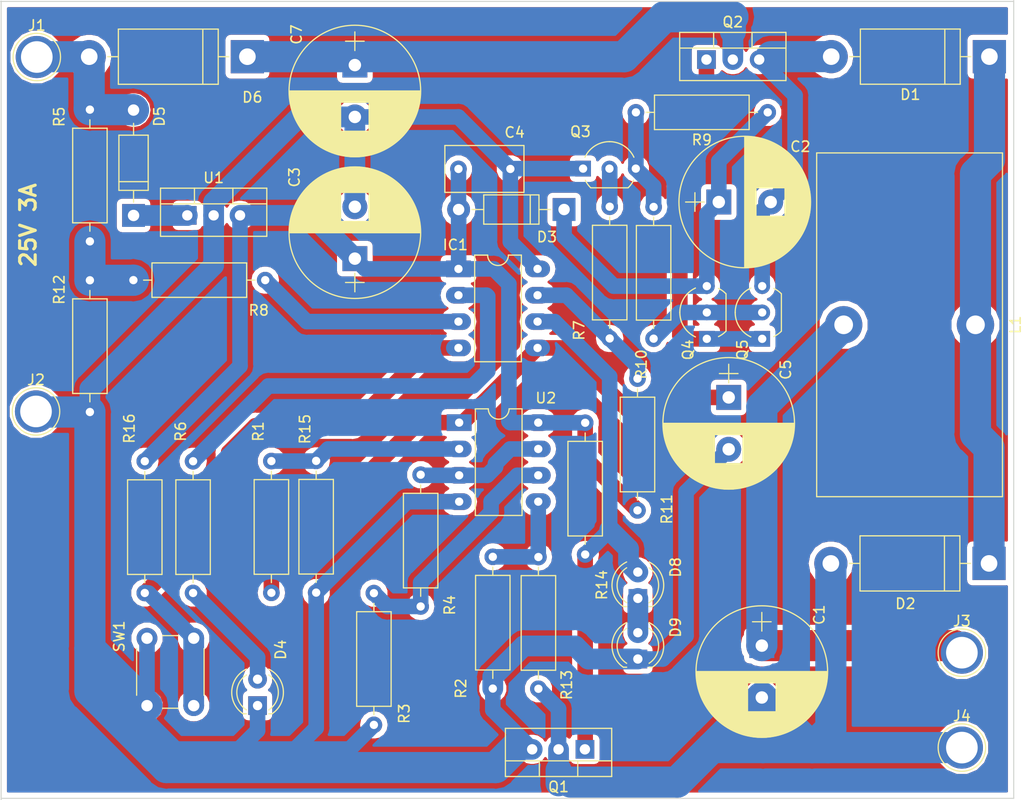
<source format=kicad_pcb>
(kicad_pcb (version 20171130) (host pcbnew "(5.0.2)-1")
  (layers (0 F.Cu signal) (31 B.Cu signal) (34 B.Paste user) (35 F.Paste user) (36 B.SilkS user) (37 F.SilkS user) (38 B.Mask user) (39 F.Mask user) (44 Edge.Cuts user))
  (net 0 "")
  (net 1 "Net-(C2-Pad1)")
  (net 2 "Net-(C2-Pad2)")
  (net 3 /BootStrap)
  (net 4 "Net-(C7-Pad1)")
  (net 5 "Net-(D1-Pad1)")
  (net 6 "Net-(D4-Pad2)")
  (net 7 "Net-(D5-Pad1)")
  (net 8 "Net-(D8-Pad1)")
  (net 9 /3.6v)
  (net 10 /PV-Current)
  (net 11 "Net-(IC1-Pad2)")
  (net 12 "Net-(IC1-Pad3)")
  (net 13 "Net-(IC1-Pad7)")
  (net 14 "Net-(IC1-Pad4)")
  (net 15 "Net-(Q2-Pad1)")
  (net 16 "Net-(Q3-Pad3)")
  (net 17 "Net-(Q3-Pad2)")
  (net 18 "Net-(Q4-Pad2)")
  (net 19 "Net-(R1-Pad2)")
  (net 20 "Net-(R13-Pad2)")
  (net 21 "Net-(R3-Pad1)")
  (net 22 "Net-(R4-Pad1)")
  (net 23 /PV-Voltage)
  (net 24 PRI_LO)
  (net 25 PRI_HI)
  (net 26 GNDPWR)
  (net 27 +24V)
  (module Capacitors_THT:CP_Radial_D12.5mm_P5.00mm (layer F.Cu) (at 105.51668 98.3742 270)
    (fp_text reference C1 (at -2.9718 -5.53212 270) (layer F.SilkS))
    (fp_text value 100u)
    (pad 2 thru_hole circle (at 5 0 270) (size 2.4 2.4) (drill 1.2) (layers *.Cu *.Mask) (net 24 PRI_LO))
    (pad 1 thru_hole rect (at 0 0 270) (size 2.4 2.4) (drill 1.2) (layers *.Cu *.Mask) (net 25 PRI_HI))
  )
  (module Capacitors_THT:CP_Radial_D12.5mm_P5.00mm (layer F.Cu) (at 101.3714 55.61076)
    (fp_text reference C2 (at 7.85876 -5.33908) (layer F.SilkS))
    (fp_text value "10u 50v")
    (pad 1 thru_hole rect (at 0 0) (size 2.4 2.4) (drill 1.2) (layers *.Cu *.Mask) (net 1 "Net-(C2-Pad1)"))
    (pad 2 thru_hole circle (at 5 0) (size 2.4 2.4) (drill 1.2) (layers *.Cu *.Mask) (net 2 "Net-(C2-Pad2)"))
  )
  (module Capacitors_THT:CP_Radial_D12.5mm_P5.00mm (layer F.Cu) (at 66.30924 61.06668 90)
    (fp_text reference C3 (at 7.84352 -5.82168 90) (layer F.SilkS))
    (fp_text value 100u)
    (pad 2 thru_hole circle (at 5 0 90) (size 2.4 2.4) (drill 1.2) (layers *.Cu *.Mask) (net 26 GNDPWR))
    (pad 1 thru_hole rect (at 0 0 90) (size 2.4 2.4) (drill 1.2) (layers *.Cu *.Mask) (net 3 /BootStrap))
  )
  (module Capacitors_THT:C_Disc_D7.5mm_W4.4mm_P5.00mm (layer F.Cu) (at 76.29144 52.42052)
    (fp_text reference C4 (at 5.4102 -3.51536) (layer F.SilkS))
    (fp_text value 0.1u)
    (pad 2 thru_hole circle (at 5 0) (size 1.6 1.6) (drill 0.8) (layers *.Cu *.Mask) (net 26 GNDPWR))
    (pad 1 thru_hole circle (at 0 0) (size 1.6 1.6) (drill 0.8) (layers *.Cu *.Mask) (net 3 /BootStrap))
  )
  (module Capacitors_THT:CP_Radial_D12.5mm_P5.00mm (layer F.Cu) (at 66.30924 42.40784 270)
    (fp_text reference C7 (at -2.9464 5.61848 270) (layer F.SilkS))
    (fp_text value 47u)
    (pad 1 thru_hole rect (at 0 0 270) (size 2.4 2.4) (drill 1.2) (layers *.Cu *.Mask) (net 4 "Net-(C7-Pad1)"))
    (pad 2 thru_hole circle (at 5 0 270) (size 2.4 2.4) (drill 1.2) (layers *.Cu *.Mask) (net 26 GNDPWR))
  )
  (module Diodes_THT:D_DO-201AD_P15.24mm_Horizontal (layer F.Cu) (at 127.44196 41.59504 180)
    (fp_text reference D1 (at 7.62 -3.66 180) (layer F.SilkS))
    (fp_text value 1N5822A)
    (pad 1 thru_hole rect (at 0 0 180) (size 3.2 3.2) (drill 1.6) (layers *.Cu *.Mask) (net 5 "Net-(D1-Pad1)"))
    (pad 2 thru_hole oval (at 15.24 0 180) (size 3.2 3.2) (drill 1.6) (layers *.Cu *.Mask) (net 2 "Net-(C2-Pad2)"))
  )
  (module Diodes_THT:D_DO-201AD_P15.24mm_Horizontal (layer F.Cu) (at 127.4064 90.4494 180)
    (fp_text reference D2 (at 8.05688 -3.8862 180) (layer F.SilkS))
    (fp_text value 1N5822A)
    (pad 2 thru_hole oval (at 15.24 0 180) (size 3.2 3.2) (drill 1.6) (layers *.Cu *.Mask) (net 24 PRI_LO))
    (pad 1 thru_hole rect (at 0 0 180) (size 3.2 3.2) (drill 1.6) (layers *.Cu *.Mask) (net 5 "Net-(D1-Pad1)"))
  )
  (module Diodes_THT:D_DO-41_SOD81_P10.16mm_Horizontal (layer F.Cu) (at 86.46668 56.33212 180)
    (fp_text reference D3 (at 1.65608 -2.65176 180) (layer F.SilkS))
    (fp_text value 1N4148)
    (pad 2 thru_hole oval (at 10.16 0 180) (size 2.2 2.2) (drill 1.1) (layers *.Cu *.Mask) (net 3 /BootStrap))
    (pad 1 thru_hole rect (at 0 0 180) (size 2.2 2.2) (drill 1.1) (layers *.Cu *.Mask) (net 1 "Net-(C2-Pad1)"))
  )
  (module LEDs:LED_D4.0mm (layer F.Cu) (at 56.93664 104.15524 90)
    (fp_text reference D4 (at 5.38988 2.23012 90) (layer F.SilkS))
    (fp_text value LED)
    (pad 2 thru_hole circle (at 2.54 0 90) (size 1.8 1.8) (drill 0.9) (layers *.Cu *.Mask) (net 6 "Net-(D4-Pad2)"))
    (pad 1 thru_hole rect (at 0 0 90) (size 1.8 1.8) (drill 0.9) (layers *.Cu *.Mask) (net 26 GNDPWR))
  )
  (module Diodes_THT:D_DO-41_SOD81_P10.16mm_Horizontal (layer F.Cu) (at 44.98848 56.90616 90)
    (fp_text reference D5 (at 9.54532 2.48412 90) (layer F.SilkS))
    (fp_text value 1N4007)
    (pad 1 thru_hole rect (at 0 0 90) (size 2.2 2.2) (drill 1.1) (layers *.Cu *.Mask) (net 7 "Net-(D5-Pad1)"))
    (pad 2 thru_hole oval (at 10.16 0 90) (size 2.2 2.2) (drill 1.1) (layers *.Cu *.Mask) (net 27 +24V))
  )
  (module Diodes_THT:D_DO-201AD_P15.24mm_Horizontal (layer F.Cu) (at 55.9562 41.60012 180)
    (fp_text reference D6 (at -0.47752 -3.9116 180) (layer F.SilkS))
    (fp_text value 1N5822A)
    (pad 2 thru_hole oval (at 15.24 0 180) (size 3.2 3.2) (drill 1.6) (layers *.Cu *.Mask) (net 27 +24V))
    (pad 1 thru_hole rect (at 0 0 180) (size 3.2 3.2) (drill 1.6) (layers *.Cu *.Mask) (net 4 "Net-(C7-Pad1)"))
  )
  (module LEDs:LED_D4.0mm (layer F.Cu) (at 93.5736 93.82252 90)
    (fp_text reference D8 (at 2.9972 3.63728 90) (layer F.SilkS))
    (fp_text value LED)
    (pad 1 thru_hole rect (at 0 0 90) (size 1.8 1.8) (drill 0.9) (layers *.Cu *.Mask) (net 8 "Net-(D8-Pad1)"))
    (pad 2 thru_hole circle (at 2.54 0 90) (size 1.8 1.8) (drill 0.9) (layers *.Cu *.Mask) (net 9 /3.6v))
  )
  (module LEDs:LED_D4.0mm (layer F.Cu) (at 93.5736 99.66452 90)
    (fp_text reference D9 (at 3.048 3.63728 90) (layer F.SilkS))
    (fp_text value LED)
    (pad 2 thru_hole circle (at 2.54 0 90) (size 1.8 1.8) (drill 0.9) (layers *.Cu *.Mask) (net 8 "Net-(D8-Pad1)"))
    (pad 1 thru_hole rect (at 0 0 90) (size 1.8 1.8) (drill 0.9) (layers *.Cu *.Mask) (net 26 GNDPWR))
  )
  (module Housings_DIP:DIP-8_W7.62mm_LongPads (layer F.Cu) (at 76.29144 62.05728)
    (fp_text reference IC1 (at -0.3048 -2.31648) (layer F.SilkS))
    (fp_text value PIC12F629-I/P)
    (pad 1 thru_hole rect (at 0 0) (size 2.4 1.6) (drill 0.8) (layers *.Cu *.Mask) (net 3 /BootStrap))
    (pad 5 thru_hole oval (at 7.62 7.62) (size 2.4 1.6) (drill 0.8) (layers *.Cu *.Mask) (net 10 /PV-Current))
    (pad 2 thru_hole oval (at 0 2.54) (size 2.4 1.6) (drill 0.8) (layers *.Cu *.Mask) (net 11 "Net-(IC1-Pad2)"))
    (pad 6 thru_hole oval (at 7.62 5.08) (size 2.4 1.6) (drill 0.8) (layers *.Cu *.Mask) (net 9 /3.6v))
    (pad 3 thru_hole oval (at 0 5.08) (size 2.4 1.6) (drill 0.8) (layers *.Cu *.Mask) (net 12 "Net-(IC1-Pad3)"))
    (pad 7 thru_hole oval (at 7.62 2.54) (size 2.4 1.6) (drill 0.8) (layers *.Cu *.Mask) (net 13 "Net-(IC1-Pad7)"))
    (pad 4 thru_hole oval (at 0 7.62) (size 2.4 1.6) (drill 0.8) (layers *.Cu *.Mask) (net 14 "Net-(IC1-Pad4)"))
    (pad 8 thru_hole oval (at 7.62 0) (size 2.4 1.6) (drill 0.8) (layers *.Cu *.Mask) (net 26 GNDPWR))
  )
  (module Inductors_THT:L_Toroid_Vertical_L33.0mm_W17.8mm_P12.70mm_Pulse_KM-5 (layer F.Cu) (at 126.10084 67.44716 270)
    (fp_text reference L1 (at 0 -3.85 270) (layer F.SilkS))
    (fp_text value 330uH)
    (pad 2 thru_hole circle (at 0 12.7 270) (size 3.6 3.6) (drill 1.8) (layers *.Cu *.Mask) (net 25 PRI_HI))
    (pad 1 thru_hole circle (at 0 0 270) (size 3.6 3.6) (drill 1.8) (layers *.Cu *.Mask) (net 5 "Net-(D1-Pad1)"))
  )
  (module TO_SOT_Packages_THT:TO-220-3_Vertical (layer F.Cu) (at 88.47328 108.37164 180)
    (fp_text reference Q1 (at 2.54 -3.62 180) (layer F.SilkS))
    (fp_text value BUK9511-55A127)
    (pad 3 thru_hole oval (at 5.08 0 180) (size 1.8 1.8) (drill 1) (layers *.Cu *.Mask) (net 26 GNDPWR))
    (pad 2 thru_hole oval (at 2.54 0 180) (size 1.8 1.8) (drill 1) (layers *.Cu *.Mask) (net 24 PRI_LO))
    (pad 1 thru_hole rect (at 0 0 180) (size 1.8 1.8) (drill 1) (layers *.Cu *.Mask) (net 9 /3.6v))
  )
  (module TO_SOT_Packages_THT:TO-220-3_Vertical (layer F.Cu) (at 100.18268 41.87952)
    (fp_text reference Q2 (at 2.54 -3.62) (layer F.SilkS))
    (fp_text value BUK9511-55A127)
    (pad 1 thru_hole rect (at 0 0) (size 1.8 1.8) (drill 1) (layers *.Cu *.Mask) (net 15 "Net-(Q2-Pad1)"))
    (pad 2 thru_hole oval (at 2.54 0) (size 1.8 1.8) (drill 1) (layers *.Cu *.Mask) (net 4 "Net-(C7-Pad1)"))
    (pad 3 thru_hole oval (at 5.08 0) (size 1.8 1.8) (drill 1) (layers *.Cu *.Mask) (net 2 "Net-(C2-Pad2)"))
  )
  (module TO_SOT_Packages_THT:TO-92_Inline_Wide (layer F.Cu) (at 88.29548 52.39004)
    (fp_text reference Q3 (at -0.254 -3.56 180) (layer F.SilkS))
    (fp_text value 2N2222A)
    (pad 1 thru_hole rect (at 0 0 90) (size 1.52 1.52) (drill 0.8) (layers *.Cu *.Mask) (net 26 GNDPWR))
    (pad 3 thru_hole circle (at 5.08 0 90) (size 1.52 1.52) (drill 0.8) (layers *.Cu *.Mask) (net 16 "Net-(Q3-Pad3)"))
    (pad 2 thru_hole circle (at 2.54 0 90) (size 1.52 1.52) (drill 0.8) (layers *.Cu *.Mask) (net 17 "Net-(Q3-Pad2)"))
  )
  (module TO_SOT_Packages_THT:TO-92_Inline_Wide (layer F.Cu) (at 100.21824 68.79844 90)
    (fp_text reference Q4 (at -1.05664 -1.80848 270) (layer F.SilkS))
    (fp_text value 2N2222A)
    (pad 1 thru_hole rect (at 0 0 180) (size 1.52 1.52) (drill 0.8) (layers *.Cu *.Mask) (net 15 "Net-(Q2-Pad1)"))
    (pad 3 thru_hole circle (at 5.08 0 180) (size 1.52 1.52) (drill 0.8) (layers *.Cu *.Mask) (net 1 "Net-(C2-Pad1)"))
    (pad 2 thru_hole circle (at 2.54 0 180) (size 1.52 1.52) (drill 0.8) (layers *.Cu *.Mask) (net 18 "Net-(Q4-Pad2)"))
  )
  (module TO_SOT_Packages_THT:TO-92_Inline_Wide (layer F.Cu) (at 105.55224 68.79844 90)
    (fp_text reference Q5 (at -1.05664 -1.905 270) (layer F.SilkS))
    (fp_text value 2N2907A)
    (pad 2 thru_hole circle (at 2.54 0 180) (size 1.52 1.52) (drill 0.8) (layers *.Cu *.Mask) (net 18 "Net-(Q4-Pad2)"))
    (pad 3 thru_hole circle (at 5.08 0 180) (size 1.52 1.52) (drill 0.8) (layers *.Cu *.Mask) (net 2 "Net-(C2-Pad2)"))
    (pad 1 thru_hole rect (at 0 0 180) (size 1.52 1.52) (drill 0.8) (layers *.Cu *.Mask) (net 15 "Net-(Q2-Pad1)"))
  )
  (module Resistors_THT:R_Axial_DIN0309_L9.0mm_D3.2mm_P12.70mm_Horizontal (layer F.Cu) (at 62.58052 93.26372 90)
    (fp_text reference R1 (at 15.53464 -5.57276 90) (layer F.SilkS))
    (fp_text value 4.7k)
    (pad 2 thru_hole oval (at 12.7 0 90) (size 1.6 1.6) (drill 0.8) (layers *.Cu *.Mask) (net 19 "Net-(R1-Pad2)"))
    (pad 1 thru_hole circle (at 0 0 90) (size 1.6 1.6) (drill 0.8) (layers *.Cu *.Mask) (net 26 GNDPWR))
  )
  (module Resistors_THT:R_Axial_DIN0309_L9.0mm_D3.2mm_P12.70mm_Horizontal (layer F.Cu) (at 79.59852 102.5144 90)
    (fp_text reference R2 (at 0.01016 -3.06832 90) (layer F.SilkS))
    (fp_text value 100k)
    (pad 1 thru_hole circle (at 0 0 90) (size 1.6 1.6) (drill 0.8) (layers *.Cu *.Mask) (net 26 GNDPWR))
    (pad 2 thru_hole oval (at 12.7 0 90) (size 1.6 1.6) (drill 0.8) (layers *.Cu *.Mask) (net 20 "Net-(R13-Pad2)"))
  )
  (module Resistors_THT:R_Axial_DIN0309_L9.0mm_D3.2mm_P12.70mm_Horizontal (layer F.Cu) (at 68.14312 93.31452 270)
    (fp_text reference R3 (at 11.61796 -2.92608 270) (layer F.SilkS))
    (fp_text value 10k)
    (pad 1 thru_hole circle (at 0 0 270) (size 1.6 1.6) (drill 0.8) (layers *.Cu *.Mask) (net 21 "Net-(R3-Pad1)"))
    (pad 2 thru_hole oval (at 12.7 0 270) (size 1.6 1.6) (drill 0.8) (layers *.Cu *.Mask) (net 26 GNDPWR))
  )
  (module Resistors_THT:R_Axial_DIN0309_L9.0mm_D3.2mm_P12.70mm_Horizontal (layer F.Cu) (at 72.64908 81.89976 270)
    (fp_text reference R4 (at 12.573 -2.80416 270) (layer F.SilkS))
    (fp_text value 100k)
    (pad 2 thru_hole oval (at 12.7 0 270) (size 1.6 1.6) (drill 0.8) (layers *.Cu *.Mask) (net 21 "Net-(R3-Pad1)"))
    (pad 1 thru_hole circle (at 0 0 270) (size 1.6 1.6) (drill 0.8) (layers *.Cu *.Mask) (net 22 "Net-(R4-Pad1)"))
  )
  (module Resistors_THT:R_Axial_DIN0309_L9.0mm_D3.2mm_P12.70mm_Horizontal (layer F.Cu) (at 40.78224 46.70552 270)
    (fp_text reference R5 (at 0.69088 2.95148 270) (layer F.SilkS))
    (fp_text value 300k)
    (pad 2 thru_hole oval (at 12.7 0 270) (size 1.6 1.6) (drill 0.8) (layers *.Cu *.Mask) (net 23 /PV-Voltage))
    (pad 1 thru_hole circle (at 0 0 270) (size 1.6 1.6) (drill 0.8) (layers *.Cu *.Mask) (net 27 +24V))
  )
  (module Resistors_THT:R_Axial_DIN0309_L9.0mm_D3.2mm_P12.70mm_Horizontal (layer F.Cu) (at 50.7238 93.29928 90)
    (fp_text reference R6 (at 15.5702 -1.1938 90) (layer F.SilkS))
    (fp_text value 1k)
    (pad 1 thru_hole circle (at 0 0 90) (size 1.6 1.6) (drill 0.8) (layers *.Cu *.Mask) (net 6 "Net-(D4-Pad2)"))
    (pad 2 thru_hole oval (at 12.7 0 90) (size 1.6 1.6) (drill 0.8) (layers *.Cu *.Mask) (net 11 "Net-(IC1-Pad2)"))
  )
  (module Resistors_THT:R_Axial_DIN0309_L9.0mm_D3.2mm_P12.70mm_Horizontal (layer F.Cu) (at 90.86088 56.06288 270)
    (fp_text reference R7 (at 11.92276 2.94132 270) (layer F.SilkS))
    (fp_text value 1k)
    (pad 1 thru_hole circle (at 0 0 270) (size 1.6 1.6) (drill 0.8) (layers *.Cu *.Mask) (net 17 "Net-(Q3-Pad2)"))
    (pad 2 thru_hole oval (at 12.7 0 270) (size 1.6 1.6) (drill 0.8) (layers *.Cu *.Mask) (net 13 "Net-(IC1-Pad7)"))
  )
  (module Resistors_THT:R_Axial_DIN0309_L9.0mm_D3.2mm_P12.70mm_Horizontal (layer F.Cu) (at 106.08564 46.9646 180)
    (fp_text reference R9 (at 6.35 -2.66 180) (layer F.SilkS))
    (fp_text value 10k)
    (pad 2 thru_hole oval (at 12.7 0 180) (size 1.6 1.6) (drill 0.8) (layers *.Cu *.Mask) (net 16 "Net-(Q3-Pad3)"))
    (pad 1 thru_hole circle (at 0 0 180) (size 1.6 1.6) (drill 0.8) (layers *.Cu *.Mask) (net 1 "Net-(C2-Pad1)"))
  )
  (module Resistors_THT:R_Axial_DIN0309_L9.0mm_D3.2mm_P12.70mm_Horizontal (layer F.Cu) (at 95.09252 68.7832 90)
    (fp_text reference R10 (at -2.47904 -1.17856 90) (layer F.SilkS))
    (fp_text value 1k)
    (pad 1 thru_hole circle (at 0 0 90) (size 1.6 1.6) (drill 0.8) (layers *.Cu *.Mask) (net 18 "Net-(Q4-Pad2)"))
    (pad 2 thru_hole oval (at 12.7 0 90) (size 1.6 1.6) (drill 0.8) (layers *.Cu *.Mask) (net 16 "Net-(Q3-Pad3)"))
  )
  (module Resistors_THT:R_Axial_DIN0309_L9.0mm_D3.2mm_P12.70mm_Horizontal (layer F.Cu) (at 40.78224 63.15456 270)
    (fp_text reference R12 (at 0.89916 2.95148 270) (layer F.SilkS))
    (fp_text value 47k)
    (pad 2 thru_hole oval (at 12.7 0 270) (size 1.6 1.6) (drill 0.8) (layers *.Cu *.Mask) (net 26 GNDPWR))
    (pad 1 thru_hole circle (at 0 0 270) (size 1.6 1.6) (drill 0.8) (layers *.Cu *.Mask) (net 23 /PV-Voltage))
  )
  (module Resistors_THT:R_Axial_DIN0309_L9.0mm_D3.2mm_P12.70mm_Horizontal (layer F.Cu) (at 83.99272 102.53472 90)
    (fp_text reference R13 (at 0.36576 2.72796 90) (layer F.SilkS))
    (fp_text value 10k)
    (pad 2 thru_hole oval (at 12.7 0 90) (size 1.6 1.6) (drill 0.8) (layers *.Cu *.Mask) (net 20 "Net-(R13-Pad2)"))
    (pad 1 thru_hole circle (at 0 0 90) (size 1.6 1.6) (drill 0.8) (layers *.Cu *.Mask) (net 24 PRI_LO))
  )
  (module Resistors_THT:R_Axial_DIN0309_L9.0mm_D3.2mm_P12.70mm_Horizontal (layer F.Cu) (at 88.49868 76.89088 270)
    (fp_text reference R14 (at 15.64132 -1.60528 270) (layer F.SilkS))
    (fp_text value 4.7k)
    (pad 1 thru_hole circle (at 0 0 270) (size 1.6 1.6) (drill 0.8) (layers *.Cu *.Mask) (net 3 /BootStrap))
    (pad 2 thru_hole oval (at 12.7 0 270) (size 1.6 1.6) (drill 0.8) (layers *.Cu *.Mask) (net 9 /3.6v))
  )
  (module Resistors_THT:R_Axial_DIN0309_L9.0mm_D3.2mm_P12.70mm_Horizontal (layer F.Cu) (at 58.2676 80.58404 270)
    (fp_text reference R15 (at -3.08356 -3.24104 270) (layer F.SilkS))
    (fp_text value 10k)
    (pad 1 thru_hole circle (at 0 0 270) (size 1.6 1.6) (drill 0.8) (layers *.Cu *.Mask) (net 19 "Net-(R1-Pad2)"))
    (pad 2 thru_hole oval (at 12.7 0 270) (size 1.6 1.6) (drill 0.8) (layers *.Cu *.Mask) (net 10 /PV-Current))
  )
  (module Resistors_THT:R_Axial_DIN0309_L9.0mm_D3.2mm_P12.70mm_Horizontal (layer F.Cu) (at 46.07052 93.29928 90)
    (fp_text reference R16 (at 15.85468 -1.48844 90) (layer F.SilkS))
    (fp_text value 10k)
    (pad 2 thru_hole oval (at 12.7 0 90) (size 1.6 1.6) (drill 0.8) (layers *.Cu *.Mask) (net 3 /BootStrap))
    (pad 1 thru_hole circle (at 0 0 90) (size 1.6 1.6) (drill 0.8) (layers *.Cu *.Mask) (net 14 "Net-(IC1-Pad4)"))
  )
  (module Buttons_Switches_THT:SW_PUSH_6mm (layer F.Cu) (at 46.28388 104.16032 90)
    (fp_text reference SW1 (at 6.67512 -2.67716 90) (layer F.SilkS))
    (fp_text value "Write OP-AMP DIFF")
    (pad 1 thru_hole circle (at 6.5 0 180) (size 2 2) (drill 1.1) (layers *.Cu *.Mask) (net 26 GNDPWR))
    (pad 2 thru_hole circle (at 6.5 4.5 180) (size 2 2) (drill 1.1) (layers *.Cu *.Mask) (net 14 "Net-(IC1-Pad4)"))
    (pad 1 thru_hole circle (at 0 0 180) (size 2 2) (drill 1.1) (layers *.Cu *.Mask) (net 26 GNDPWR))
    (pad 2 thru_hole circle (at 0 4.5 180) (size 2 2) (drill 1.1) (layers *.Cu *.Mask) (net 14 "Net-(IC1-Pad4)"))
  )
  (module Housings_DIP:DIP-8_W7.62mm_LongPads (layer F.Cu) (at 76.35748 76.87564)
    (fp_text reference U2 (at 8.35152 -2.36728) (layer F.SilkS))
    (fp_text value LM358N)
    (pad 8 thru_hole oval (at 7.62 0) (size 2.4 1.6) (drill 0.8) (layers *.Cu *.Mask) (net 3 /BootStrap))
    (pad 4 thru_hole oval (at 0 7.62) (size 2.4 1.6) (drill 0.8) (layers *.Cu *.Mask) (net 26 GNDPWR))
    (pad 7 thru_hole oval (at 7.62 2.54) (size 2.4 1.6) (drill 0.8) (layers *.Cu *.Mask) (net 22 "Net-(R4-Pad1)"))
    (pad 3 thru_hole oval (at 0 5.08) (size 2.4 1.6) (drill 0.8) (layers *.Cu *.Mask) (net 22 "Net-(R4-Pad1)"))
    (pad 6 thru_hole oval (at 7.62 5.08) (size 2.4 1.6) (drill 0.8) (layers *.Cu *.Mask) (net 21 "Net-(R3-Pad1)"))
    (pad 2 thru_hole oval (at 0 2.54) (size 2.4 1.6) (drill 0.8) (layers *.Cu *.Mask) (net 19 "Net-(R1-Pad2)"))
    (pad 5 thru_hole oval (at 7.62 7.62) (size 2.4 1.6) (drill 0.8) (layers *.Cu *.Mask) (net 20 "Net-(R13-Pad2)"))
    (pad 1 thru_hole rect (at 0 0) (size 2.4 1.6) (drill 0.8) (layers *.Cu *.Mask) (net 10 /PV-Current))
  )
  (module Capacitors_THT:CP_Radial_D12.5mm_P5.00mm (layer F.Cu) (at 102.32644 74.4474 270)
    (fp_text reference C5 (at -2.67208 -5.49656 270) (layer F.SilkS))
    (fp_text value 10u)
    (pad 2 thru_hole circle (at 5 0 270) (size 2.4 2.4) (drill 1.2) (layers *.Cu *.Mask) (net 26 GNDPWR))
    (pad 1 thru_hole rect (at 0 0 270) (size 2.4 2.4) (drill 1.2) (layers *.Cu *.Mask) (net 10 /PV-Current))
  )
  (module Resistors_THT:R_Axial_DIN0309_L9.0mm_D3.2mm_P12.70mm_Horizontal (layer F.Cu) (at 44.97324 63.13932)
    (fp_text reference R8 (at 12.07516 2.91592) (layer F.SilkS))
    (fp_text value 100k)
    (pad 2 thru_hole oval (at 12.7 0) (size 1.6 1.6) (drill 0.8) (layers *.Cu *.Mask) (net 12 "Net-(IC1-Pad3)"))
    (pad 1 thru_hole circle (at 0 0) (size 1.6 1.6) (drill 0.8) (layers *.Cu *.Mask) (net 23 /PV-Voltage))
  )
  (module TO_SOT_Packages_THT:TO-220-3_Vertical (layer F.Cu) (at 50.165 56.896)
    (fp_text reference U1 (at 2.54 -3.62) (layer F.SilkS))
    (fp_text value LM7805_TO220)
    (pad 3 thru_hole oval (at 5.08 0) (size 1.8 1.8) (drill 1) (layers *.Cu *.Mask) (net 3 /BootStrap))
    (pad 2 thru_hole oval (at 2.54 0) (size 1.8 1.8) (drill 1) (layers *.Cu *.Mask) (net 26 GNDPWR))
    (pad 1 thru_hole rect (at 0 0) (size 1.8 1.8) (drill 1) (layers *.Cu *.Mask) (net 7 "Net-(D5-Pad1)"))
  )
  (module Connectors:1pin (layer F.Cu) (at 35.66668 41.6306)
    (fp_text reference J1 (at 0 -3.048) (layer F.SilkS))
    (fp_text value S+)
    (pad 1 thru_hole circle (at 0 0) (size 4.064 4.064) (drill 3.048) (layers *.Cu *.Mask) (net 27 +24V))
  )
  (module Connectors:1pin (layer F.Cu) (at 35.59048 75.79868)
    (fp_text reference J2 (at 0 -3.048) (layer F.SilkS))
    (fp_text value S-)
    (pad 1 thru_hole circle (at 0 0) (size 4.064 4.064) (drill 3.048) (layers *.Cu *.Mask) (net 26 GNDPWR))
  )
  (module Connectors:1pin (layer F.Cu) (at 124.7902 99.05492)
    (fp_text reference J3 (at 0 -3.048) (layer F.SilkS))
    (fp_text value O+)
    (pad 1 thru_hole circle (at 0 0) (size 4.064 4.064) (drill 3.048) (layers *.Cu *.Mask) (net 25 PRI_HI))
  )
  (module Connectors:1pin (layer F.Cu) (at 124.7902 108.204)
    (fp_text reference J4 (at 0 -3.048) (layer F.SilkS))
    (fp_text value O-)
    (pad 1 thru_hole circle (at 0 0) (size 4.064 4.064) (drill 3.048) (layers *.Cu *.Mask) (net 24 PRI_LO))
  )
  (module Resistors_THT:R_Axial_DIN0309_L9.0mm_D3.2mm_P12.70mm_Horizontal (layer F.Cu) (at 93.53804 85.33384 90)
    (fp_text reference R11 (at 0.10668 2.82448 90) (layer F.SilkS))
    (fp_text value 10k)
    (pad 2 thru_hole oval (at 12.7 0 90) (size 1.6 1.6) (drill 0.8) (layers *.Cu *.Mask) (net 13 "Net-(IC1-Pad7)"))
    (pad 1 thru_hole circle (at 0 0 90) (size 1.6 1.6) (drill 0.8) (layers *.Cu *.Mask) (net 3 /BootStrap))
  )
  (gr_text "25V 3A" (at 34.83356 57.84088 90) (layer F.SilkS) (effects (font (size 1.5 1.5) (thickness 0.3))))
  (gr_line (start 32.2326 36.23564) (end 32.2326 113.24336) (layer Edge.Cuts) (width 0.1))
  (gr_line (start 129.77368 36.2712) (end 32.17164 36.2712) (layer Edge.Cuts) (width 0.1))
  (gr_line (start 129.78384 113.09604) (end 129.78384 36.18484) (layer Edge.Cuts) (width 0.1))
  (gr_line (start 32.29356 113.09604) (end 129.78384 113.09604) (layer Edge.Cuts) (width 0.1))
  (segment (start 100.21824 56.76392) (end 101.3714 55.61076) (width 1.5) (layer B.Cu) (net 1))
  (segment (start 100.21824 63.71844) (end 100.21824 56.76392) (width 1.5) (layer B.Cu) (net 1))
  (segment (start 99.143438 63.71844) (end 100.21824 63.71844) (width 1.5) (layer B.Cu) (net 1))
  (segment (start 91.253 63.71844) (end 99.143438 63.71844) (width 1.5) (layer B.Cu) (net 1))
  (segment (start 86.46668 58.93212) (end 91.253 63.71844) (width 1.5) (layer B.Cu) (net 1))
  (segment (start 86.46668 56.33212) (end 86.46668 58.93212) (width 1.5) (layer B.Cu) (net 1))
  (segment (start 101.3714 51.67884) (end 106.08564 46.9646) (width 1.5) (layer B.Cu) (net 1))
  (segment (start 101.3714 55.61076) (end 101.3714 51.67884) (width 1.5) (layer B.Cu) (net 1))
  (segment (start 105.55224 56.42992) (end 106.3714 55.61076) (width 1.5) (layer B.Cu) (net 2))
  (segment (start 105.55224 63.71844) (end 105.55224 56.42992) (width 1.5) (layer B.Cu) (net 2))
  (segment (start 105.26268 41.87952) (end 108.72216 45.339) (width 1.5) (layer B.Cu) (net 2))
  (segment (start 108.72216 53.26) (end 106.3714 55.61076) (width 1.5) (layer B.Cu) (net 2))
  (segment (start 108.72216 45.339) (end 108.72216 53.26) (width 1.5) (layer B.Cu) (net 2))
  (segment (start 112.20196 41.59504) (end 106.41584 41.59504) (width 3) (layer B.Cu) (net 2))
  (segment (start 62.13856 56.896) (end 66.30924 61.06668) (width 2) (layer B.Cu) (net 3))
  (segment (start 55.245 56.896) (end 62.13856 56.896) (width 2) (layer B.Cu) (net 3))
  (segment (start 55.245 71.4248) (end 46.07052 80.59928) (width 1.5) (layer B.Cu) (net 3))
  (segment (start 55.245 56.896) (end 55.245 71.4248) (width 1.5) (layer B.Cu) (net 3))
  (segment (start 76.32192 56.31688) (end 76.30668 56.33212) (width 1.5) (layer B.Cu) (net 3))
  (segment (start 76.29144 56.31688) (end 76.30668 56.33212) (width 1.5) (layer B.Cu) (net 3))
  (segment (start 76.29144 52.42052) (end 76.29144 56.31688) (width 1.5) (layer B.Cu) (net 3))
  (segment (start 76.30668 62.04204) (end 76.29144 62.05728) (width 1.5) (layer B.Cu) (net 3))
  (segment (start 76.30668 56.33212) (end 76.30668 62.04204) (width 1.5) (layer B.Cu) (net 3))
  (segment (start 67.29984 62.05728) (end 66.30924 61.06668) (width 1.5) (layer B.Cu) (net 3))
  (segment (start 76.29144 62.05728) (end 67.29984 62.05728) (width 1.5) (layer B.Cu) (net 3))
  (segment (start 81.27748 76.87564) (end 81.14792 76.74608) (width 1.5) (layer B.Cu) (net 3))
  (segment (start 83.97748 76.87564) (end 81.27748 76.87564) (width 1.5) (layer B.Cu) (net 3))
  (segment (start 81.14792 76.74608) (end 81.14792 63.51524) (width 1.5) (layer B.Cu) (net 3))
  (segment (start 79.68996 62.05728) (end 76.29144 62.05728) (width 1.5) (layer B.Cu) (net 3))
  (segment (start 81.14792 63.51524) (end 79.68996 62.05728) (width 1.5) (layer B.Cu) (net 3))
  (segment (start 83.99272 76.89088) (end 83.97748 76.87564) (width 1.5) (layer B.Cu) (net 3))
  (segment (start 88.49868 76.89088) (end 83.99272 76.89088) (width 1.5) (layer B.Cu) (net 3))
  (segment (start 88.49868 80.29448) (end 93.53804 85.33384) (width 1.5) (layer F.Cu) (net 3))
  (segment (start 88.49868 76.89088) (end 88.49868 80.29448) (width 1.5) (layer F.Cu) (net 3))
  (segment (start 102.72268 40.606728) (end 102.73284 40.596568) (width 2) (layer B.Cu) (net 4))
  (segment (start 102.72268 41.87952) (end 102.72268 40.606728) (width 2) (layer B.Cu) (net 4))
  (segment (start 102.732749 37.757018) (end 102.732748 37.757018) (width 3) (layer B.Cu) (net 4))
  (segment (start 96.113435 37.750853) (end 102.732749 37.757018) (width 3) (layer B.Cu) (net 4))
  (segment (start 92.264168 41.600119) (end 96.113435 37.750853) (width 3) (layer B.Cu) (net 4))
  (segment (start 55.9562 41.60012) (end 92.264168 41.600119) (width 3) (layer B.Cu) (net 4))
  (segment (start 102.732748 37.757018) (end 102.73284 37.65804) (width 2) (layer B.Cu) (net 4))
  (segment (start 102.732748 39.161675) (end 102.732793 39.16172) (width 2.5) (layer B.Cu) (net 4))
  (segment (start 102.732748 37.757018) (end 102.732748 39.161675) (width 2.5) (layer B.Cu) (net 4))
  (segment (start 102.73284 40.596568) (end 102.732793 39.16172) (width 2) (layer B.Cu) (net 4))
  (segment (start 127.45212 41.65092) (end 127.45212 51.53152) (width 3) (layer B.Cu) (net 5))
  (segment (start 126.10084 52.8828) (end 126.10084 67.44716) (width 3) (layer B.Cu) (net 5))
  (segment (start 127.45212 51.53152) (end 126.10084 52.8828) (width 3) (layer B.Cu) (net 5))
  (segment (start 126.10084 67.44716) (end 126.10084 77.98816) (width 3) (layer B.Cu) (net 5))
  (segment (start 127.4064 79.29372) (end 127.4064 90.4494) (width 3) (layer B.Cu) (net 5))
  (segment (start 126.10084 77.98816) (end 127.4064 79.29372) (width 3) (layer B.Cu) (net 5))
  (segment (start 56.93664 99.51212) (end 50.7238 93.29928) (width 1.5) (layer B.Cu) (net 6))
  (segment (start 56.93664 101.61524) (end 56.93664 99.51212) (width 1.5) (layer B.Cu) (net 6))
  (segment (start 50.15484 56.90616) (end 50.165 56.896) (width 2) (layer B.Cu) (net 7))
  (segment (start 44.98848 56.90616) (end 50.15484 56.90616) (width 2) (layer B.Cu) (net 7))
  (segment (start 93.5736 93.82252) (end 93.5736 97.12452) (width 2) (layer B.Cu) (net 8))
  (segment (start 83.91144 67.13728) (end 84.246327 67.13728) (width 1.5) (layer B.Cu) (net 9))
  (segment (start 90.8558 87.23376) (end 88.49868 89.59088) (width 1.5) (layer B.Cu) (net 9))
  (segment (start 83.91144 67.13728) (end 85.55228 67.13728) (width 1.5) (layer B.Cu) (net 9))
  (segment (start 90.8558 72.4408) (end 90.8558 87.23376) (width 1.5) (layer B.Cu) (net 9))
  (segment (start 85.55228 67.13728) (end 90.8558 72.4408) (width 1.5) (layer B.Cu) (net 9))
  (segment (start 88.49868 108.34624) (end 88.47328 108.37164) (width 1.5) (layer F.Cu) (net 9))
  (segment (start 88.49868 89.59088) (end 88.49868 108.34624) (width 1.5) (layer F.Cu) (net 9))
  (segment (start 92.673601 89.051561) (end 90.8558 87.23376) (width 2) (layer B.Cu) (net 9))
  (segment (start 92.673601 90.382521) (end 92.673601 89.051561) (width 2) (layer B.Cu) (net 9))
  (segment (start 93.5736 91.28252) (end 92.673601 90.382521) (width 2) (layer B.Cu) (net 9))
  (segment (start 76.71308 76.87564) (end 83.91144 69.67728) (width 1.5) (layer F.Cu) (net 10))
  (segment (start 76.35748 76.87564) (end 76.71308 76.87564) (width 1.5) (layer F.Cu) (net 10))
  (segment (start 76.35748 76.87564) (end 72.46112 76.87564) (width 1.5) (layer F.Cu) (net 10))
  (segment (start 58.2676 91.06916) (end 58.2676 93.28404) (width 1.5) (layer F.Cu) (net 10))
  (segment (start 72.46112 76.87564) (end 58.2676 91.06916) (width 1.5) (layer F.Cu) (net 10))
  (segment (start 86.61144 69.67728) (end 93.28656 76.3524) (width 1.5) (layer F.Cu) (net 10))
  (segment (start 83.91144 69.67728) (end 86.61144 69.67728) (width 1.5) (layer F.Cu) (net 10))
  (segment (start 97.72144 76.3524) (end 93.28656 76.3524) (width 1.5) (layer F.Cu) (net 10))
  (segment (start 99.62644 74.4474) (end 97.72144 76.3524) (width 1.5) (layer F.Cu) (net 10))
  (segment (start 102.32644 74.4474) (end 99.62644 74.4474) (width 1.5) (layer F.Cu) (net 10))
  (segment (start 78.99144 64.59728) (end 79.11084 64.71668) (width 1.5) (layer B.Cu) (net 11))
  (segment (start 76.29144 64.59728) (end 78.99144 64.59728) (width 1.5) (layer B.Cu) (net 11))
  (segment (start 79.11084 64.71668) (end 79.11084 71.9074) (width 1.5) (layer B.Cu) (net 11))
  (segment (start 79.11084 71.9074) (end 77.6732 73.34504) (width 1.5) (layer B.Cu) (net 11))
  (segment (start 57.97804 73.34504) (end 50.7238 80.59928) (width 1.5) (layer B.Cu) (net 11))
  (segment (start 77.6732 73.34504) (end 57.97804 73.34504) (width 1.5) (layer B.Cu) (net 11))
  (segment (start 61.6712 67.13728) (end 57.67324 63.13932) (width 1.5) (layer B.Cu) (net 12))
  (segment (start 76.29144 67.13728) (end 61.6712 67.13728) (width 1.5) (layer B.Cu) (net 12))
  (segment (start 86.69528 64.59728) (end 83.91144 64.59728) (width 1.5) (layer B.Cu) (net 13))
  (segment (start 90.86088 68.76288) (end 86.69528 64.59728) (width 1.5) (layer B.Cu) (net 13))
  (segment (start 93.53804 71.44004) (end 90.86088 68.76288) (width 1.5) (layer B.Cu) (net 13))
  (segment (start 93.53804 72.63384) (end 93.53804 71.44004) (width 1.5) (layer B.Cu) (net 13))
  (segment (start 50.78388 97.66032) (end 50.78388 104.16032) (width 2) (layer B.Cu) (net 14))
  (segment (start 50.73396 97.6104) (end 50.78388 97.66032) (width 1.5) (layer B.Cu) (net 14))
  (segment (start 46.42284 93.29928) (end 50.78388 97.66032) (width 1.5) (layer B.Cu) (net 14))
  (segment (start 46.07052 93.29928) (end 46.42284 93.29928) (width 1.5) (layer B.Cu) (net 14))
  (segment (start 73.59144 69.67728) (end 66.0832 77.18552) (width 1.5) (layer F.Cu) (net 14))
  (segment (start 76.29144 69.67728) (end 73.59144 69.67728) (width 1.5) (layer F.Cu) (net 14))
  (segment (start 66.0832 77.18552) (end 56.71312 77.18552) (width 1.5) (layer F.Cu) (net 14))
  (segment (start 56.71312 77.18552) (end 54.1528 79.74584) (width 1.5) (layer F.Cu) (net 14))
  (segment (start 54.1528 85.217) (end 46.07052 93.29928) (width 1.5) (layer F.Cu) (net 14))
  (segment (start 54.1528 79.74584) (end 54.1528 85.217) (width 1.5) (layer F.Cu) (net 14))
  (segment (start 100.21824 68.79844) (end 105.55224 68.79844) (width 1.5) (layer B.Cu) (net 15))
  (segment (start 97.95824 68.79844) (end 97.61728 68.45748) (width 1.5) (layer F.Cu) (net 15))
  (segment (start 100.21824 68.79844) (end 97.95824 68.79844) (width 1.5) (layer F.Cu) (net 15))
  (segment (start 100.18268 44.27952) (end 100.18268 41.87952) (width 1.5) (layer F.Cu) (net 15))
  (segment (start 97.61728 46.84492) (end 100.18268 44.27952) (width 1.5) (layer F.Cu) (net 15))
  (segment (start 97.61728 68.45748) (end 97.61728 46.84492) (width 1.5) (layer F.Cu) (net 15))
  (segment (start 95.09252 54.10708) (end 93.37548 52.39004) (width 1.5) (layer B.Cu) (net 16))
  (segment (start 95.09252 56.0832) (end 95.09252 54.10708) (width 1.5) (layer B.Cu) (net 16))
  (segment (start 93.38564 52.37988) (end 93.37548 52.39004) (width 1.5) (layer B.Cu) (net 16))
  (segment (start 93.38564 46.9646) (end 93.38564 52.37988) (width 1.5) (layer B.Cu) (net 16))
  (segment (start 90.86088 52.41544) (end 90.83548 52.39004) (width 1.5) (layer B.Cu) (net 17))
  (segment (start 90.86088 56.06288) (end 90.86088 52.41544) (width 1.5) (layer B.Cu) (net 17))
  (segment (start 97.61728 66.25844) (end 100.21824 66.25844) (width 1.5) (layer B.Cu) (net 18))
  (segment (start 95.09252 68.7832) (end 97.61728 66.25844) (width 1.5) (layer B.Cu) (net 18))
  (segment (start 100.21824 66.25844) (end 105.55224 66.25844) (width 1.5) (layer B.Cu) (net 18))
  (segment (start 62.5602 80.58404) (end 62.58052 80.56372) (width 1.5) (layer B.Cu) (net 19))
  (segment (start 58.2676 80.58404) (end 62.5602 80.58404) (width 1.5) (layer B.Cu) (net 19))
  (segment (start 63.7286 79.41564) (end 62.58052 80.56372) (width 1.5) (layer B.Cu) (net 19))
  (segment (start 76.35748 79.41564) (end 63.7286 79.41564) (width 1.5) (layer B.Cu) (net 19))
  (segment (start 83.9724 89.8144) (end 83.99272 89.83472) (width 1.5) (layer B.Cu) (net 20))
  (segment (start 79.59852 89.8144) (end 83.9724 89.8144) (width 1.5) (layer B.Cu) (net 20))
  (segment (start 83.97748 89.81948) (end 83.99272 89.83472) (width 1.5) (layer B.Cu) (net 20))
  (segment (start 83.97748 84.49564) (end 83.97748 89.81948) (width 1.5) (layer B.Cu) (net 20))
  (segment (start 69.42836 94.59976) (end 68.14312 93.31452) (width 1.5) (layer B.Cu) (net 21))
  (segment (start 72.64908 94.59976) (end 69.42836 94.59976) (width 1.5) (layer B.Cu) (net 21))
  (segment (start 83.97748 81.95564) (end 81.96072 81.95564) (width 1.5) (layer B.Cu) (net 21))
  (segment (start 81.96072 81.95564) (end 79.43596 84.4804) (width 1.5) (layer B.Cu) (net 21))
  (segment (start 79.43596 84.4804) (end 79.43596 85.51672) (width 1.5) (layer B.Cu) (net 21))
  (segment (start 72.64908 92.3036) (end 72.64908 94.59976) (width 1.5) (layer B.Cu) (net 21))
  (segment (start 79.43596 85.51672) (end 72.64908 92.3036) (width 1.5) (layer B.Cu) (net 21))
  (segment (start 72.70496 81.95564) (end 72.64908 81.89976) (width 1.5) (layer B.Cu) (net 22))
  (segment (start 76.35748 81.95564) (end 72.70496 81.95564) (width 1.5) (layer B.Cu) (net 22))
  (segment (start 79.05748 81.95564) (end 79.8576 81.15552) (width 1.5) (layer B.Cu) (net 22))
  (segment (start 76.35748 81.95564) (end 79.05748 81.95564) (width 1.5) (layer B.Cu) (net 22))
  (segment (start 81.27748 79.41564) (end 83.97748 79.41564) (width 1.5) (layer B.Cu) (net 22))
  (segment (start 79.8576 80.83552) (end 81.27748 79.41564) (width 1.5) (layer B.Cu) (net 22))
  (segment (start 79.8576 81.15552) (end 79.8576 80.83552) (width 1.5) (layer B.Cu) (net 22))
  (segment (start 40.78224 59.40552) (end 40.78224 63.15456) (width 3) (layer B.Cu) (net 23))
  (segment (start 44.958 63.15456) (end 44.97324 63.13932) (width 3) (layer B.Cu) (net 23))
  (segment (start 40.78224 63.15456) (end 44.958 63.15456) (width 3) (layer B.Cu) (net 23))
  (segment (start 85.93328 104.47528) (end 83.99272 102.53472) (width 1.5) (layer B.Cu) (net 24))
  (segment (start 85.93328 108.37164) (end 85.93328 104.47528) (width 1.5) (layer B.Cu) (net 24))
  (segment (start 112.1664 106.38408) (end 110.34648 108.204) (width 3) (layer B.Cu) (net 24))
  (segment (start 112.1664 90.4494) (end 112.1664 106.38408) (width 3) (layer B.Cu) (net 24))
  (segment (start 110.34648 108.204) (end 105.51668 103.3742) (width 3) (layer B.Cu) (net 24))
  (segment (start 105.51668 103.3742) (end 97.35948 111.5314) (width 3) (layer B.Cu) (net 24))
  (segment (start 97.35948 111.5314) (end 87.10676 111.5314) (width 3) (layer B.Cu) (net 24))
  (segment (start 100.68688 108.204) (end 97.35948 111.5314) (width 3) (layer B.Cu) (net 24))
  (segment (start 111.94288 108.204) (end 110.34648 108.204) (width 3) (layer B.Cu) (net 24))
  (segment (start 124.7902 108.204) (end 111.94288 108.204) (width 3) (layer B.Cu) (net 24))
  (segment (start 105.51668 108.09732) (end 105.62336 108.204) (width 3) (layer B.Cu) (net 24))
  (segment (start 105.51668 103.3742) (end 105.51668 108.09732) (width 3) (layer B.Cu) (net 24))
  (segment (start 111.94288 108.204) (end 105.62336 108.204) (width 3) (layer B.Cu) (net 24))
  (segment (start 105.62336 108.204) (end 100.68688 108.204) (width 3) (layer B.Cu) (net 24))
  (segment (start 85.93328 110.35792) (end 87.10676 111.5314) (width 2) (layer B.Cu) (net 24))
  (segment (start 85.93328 108.37164) (end 85.93328 110.35792) (width 2) (layer B.Cu) (net 24))
  (segment (start 85.93328 110.35792) (end 85.93328 111.65191) (width 2.5) (layer B.Cu) (net 24))
  (segment (start 124.10948 98.3742) (end 124.7902 99.05492) (width 3) (layer F.Cu) (net 25))
  (segment (start 105.51668 98.3742) (end 124.10948 98.3742) (width 3) (layer F.Cu) (net 25))
  (segment (start 105.51668 75.33132) (end 113.40084 67.44716) (width 3) (layer B.Cu) (net 25))
  (segment (start 105.51668 98.3742) (end 105.51668 75.33132) (width 3) (layer B.Cu) (net 25))
  (segment (start 40.78224 75.85456) (end 40.78224 73.62444) (width 2) (layer B.Cu) (net 26))
  (segment (start 52.705 61.70168) (end 52.705 56.896) (width 2) (layer B.Cu) (net 26))
  (segment (start 40.78224 73.62444) (end 52.705 61.70168) (width 2) (layer B.Cu) (net 26))
  (segment (start 40.78224 98.65868) (end 46.28388 104.16032) (width 3) (layer B.Cu) (net 26))
  (segment (start 40.78224 75.85456) (end 40.78224 98.65868) (width 3) (layer B.Cu) (net 26))
  (segment (start 64.612184 47.40784) (end 66.30924 47.40784) (width 2) (layer B.Cu) (net 26))
  (segment (start 60.920368 47.40784) (end 64.612184 47.40784) (width 2) (layer B.Cu) (net 26))
  (segment (start 52.705 55.623208) (end 60.920368 47.40784) (width 2) (layer B.Cu) (net 26))
  (segment (start 52.705 56.896) (end 52.705 55.623208) (width 2) (layer B.Cu) (net 26))
  (segment (start 66.30924 56.06668) (end 66.30924 47.40784) (width 2) (layer B.Cu) (net 26))
  (segment (start 46.28388 105.574533) (end 46.28388 104.16032) (width 1.5) (layer B.Cu) (net 26))
  (segment (start 49.050507 108.34116) (end 46.28388 105.574533) (width 1.5) (layer B.Cu) (net 26))
  (segment (start 55.15072 108.34116) (end 49.050507 108.34116) (width 1.5) (layer B.Cu) (net 26))
  (segment (start 56.93664 106.55524) (end 55.15072 108.34116) (width 1.5) (layer B.Cu) (net 26))
  (segment (start 56.93664 104.15524) (end 56.93664 106.55524) (width 1.5) (layer B.Cu) (net 26))
  (segment (start 46.28388 97.66032) (end 46.28388 104.16032) (width 1.5) (layer B.Cu) (net 26))
  (segment (start 81.29144 59.43728) (end 83.91144 62.05728) (width 1.5) (layer B.Cu) (net 26))
  (segment (start 81.29144 52.42052) (end 81.29144 59.43728) (width 1.5) (layer B.Cu) (net 26))
  (segment (start 81.32192 52.39004) (end 81.29144 52.42052) (width 1.5) (layer B.Cu) (net 26))
  (segment (start 88.29548 52.39004) (end 81.32192 52.39004) (width 1.5) (layer B.Cu) (net 26))
  (segment (start 76.27876 47.40784) (end 66.30924 47.40784) (width 1.5) (layer B.Cu) (net 26))
  (segment (start 81.29144 52.42052) (end 76.27876 47.40784) (width 1.5) (layer B.Cu) (net 26))
  (segment (start 62.58052 94.39509) (end 62.5856 94.40017) (width 1.5) (layer B.Cu) (net 26))
  (segment (start 62.58052 93.26372) (end 62.58052 94.39509) (width 1.5) (layer B.Cu) (net 26))
  (segment (start 62.5856 94.40017) (end 62.5856 106.30408) (width 1.5) (layer B.Cu) (net 26))
  (segment (start 60.54852 108.34116) (end 55.15072 108.34116) (width 1.5) (layer B.Cu) (net 26))
  (segment (start 62.5856 106.30408) (end 60.54852 108.34116) (width 1.5) (layer B.Cu) (net 26))
  (segment (start 71.3486 84.49564) (end 76.35748 84.49564) (width 1.5) (layer B.Cu) (net 26))
  (segment (start 62.58052 93.26372) (end 71.3486 84.49564) (width 1.5) (layer B.Cu) (net 26))
  (segment (start 65.81648 108.34116) (end 68.14312 106.01452) (width 1.5) (layer B.Cu) (net 26))
  (segment (start 60.54852 108.34116) (end 65.81648 108.34116) (width 1.5) (layer B.Cu) (net 26))
  (segment (start 79.59852 104.57688) (end 83.39328 108.37164) (width 1.5) (layer B.Cu) (net 26))
  (segment (start 79.59852 102.5144) (end 79.59852 104.57688) (width 1.5) (layer B.Cu) (net 26))
  (segment (start 35.64636 75.85456) (end 35.59048 75.79868) (width 3) (layer B.Cu) (net 26))
  (segment (start 40.78224 75.85456) (end 35.64636 75.85456) (width 3) (layer B.Cu) (net 26))
  (segment (start 40.78224 98.65868) (end 40.78224 102.75824) (width 3) (layer B.Cu) (net 26))
  (segment (start 40.78224 102.75824) (end 48.15332 110.12932) (width 3) (layer B.Cu) (net 26))
  (segment (start 48.15332 110.12932) (end 79.81696 110.12932) (width 3) (layer B.Cu) (net 26))
  (segment (start 79.81696 110.12932) (end 79.883 110.12932) (width 3) (layer B.Cu) (net 26))
  (segment (start 79.883 110.12932) (end 81.87436 108.13796) (width 3) (layer B.Cu) (net 26))
  (segment (start 82.10804 108.37164) (end 83.39328 108.37164) (width 2) (layer B.Cu) (net 26))
  (segment (start 81.87436 108.13796) (end 82.10804 108.37164) (width 2) (layer B.Cu) (net 26))
  (segment (start 79.59852 101.38303) (end 82.57687 98.40468) (width 2) (layer B.Cu) (net 26))
  (segment (start 79.59852 102.5144) (end 79.59852 101.38303) (width 2) (layer B.Cu) (net 26))
  (segment (start 82.57687 98.40468) (end 87.53348 98.40468) (width 2) (layer B.Cu) (net 26))
  (segment (start 88.79332 99.66452) (end 93.5736 99.66452) (width 2) (layer B.Cu) (net 26))
  (segment (start 87.53348 98.40468) (end 88.79332 99.66452) (width 2) (layer B.Cu) (net 26))
  (segment (start 95.9736 99.66452) (end 98.21672 97.4214) (width 1.5) (layer B.Cu) (net 26))
  (segment (start 93.5736 99.66452) (end 95.9736 99.66452) (width 1.5) (layer B.Cu) (net 26))
  (segment (start 98.21672 83.55712) (end 102.32644 79.4474) (width 1.5) (layer B.Cu) (net 26))
  (segment (start 98.21672 97.4214) (end 98.21672 83.55712) (width 1.5) (layer B.Cu) (net 26))
  (segment (start 40.7162 46.63948) (end 40.78224 46.70552) (width 3) (layer B.Cu) (net 27))
  (segment (start 40.7162 41.60012) (end 40.7162 46.63948) (width 3) (layer B.Cu) (net 27))
  (segment (start 44.94784 46.70552) (end 44.98848 46.74616) (width 3) (layer B.Cu) (net 27))
  (segment (start 40.78224 46.70552) (end 44.94784 46.70552) (width 3) (layer B.Cu) (net 27))
  (segment (start 35.69716 41.60012) (end 35.66668 41.6306) (width 3) (layer B.Cu) (net 27))
  (segment (start 40.7162 41.60012) (end 35.69716 41.60012) (width 3) (layer B.Cu) (net 27))
  (zone (net 0) (net_name "") (layer B.Cu) (connect_pads (clearance 0.508)) (min_thickness 0.254) (fill yes (arc_segments 16) (thermal_gap 0.508) (thermal_bridge_width 0.508))
    (polygon (pts (xy 32.59328 36.48964) (xy 32.3088 112.71504) (xy 129.3114 112.86236) (xy 129.45364 36.63188)))
  )
  (zone (net 0) (net_name "") (layer F.Cu) (connect_pads (clearance 0.508)) (min_thickness 0.254) (fill yes (arc_segments 16) (thermal_gap 0.508) (thermal_bridge_width 0.508))
    (polygon (pts (xy 32.59328 36.48964) (xy 32.3088 112.71504) (xy 129.3114 112.86236) (xy 129.45364 36.63188)))
  )
)
</source>
